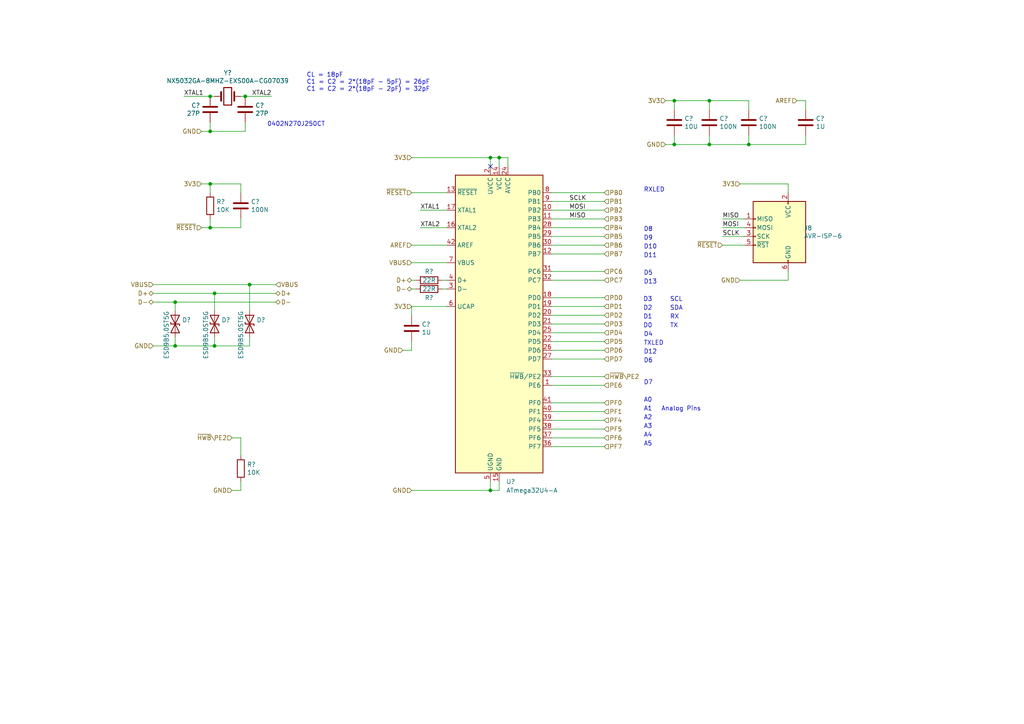
<source format=kicad_sch>
(kicad_sch (version 20211123) (generator eeschema)
  (paper "A4")
  (lib_symbols
    (symbol "Connector:AVR-ISP-6" (pin_names (offset 1.016))
      (property "Reference" "J" (at -6.35 11.43 0))
      (property "Value" "AVR-ISP-6" (at 0 11.43 0))
      (symbol "AVR-ISP-6_0_1"
        (rectangle (start -2.667 -6.858) (end -2.413 -7.62))
        (rectangle (start -2.667 10.16) (end -2.413 9.398))
        (rectangle (start 7.62 -2.413) (end 6.858 -2.667))
        (rectangle (start 7.62 0.127) (end 6.858 -0.127))
        (rectangle (start 7.62 2.667) (end 6.858 2.413))
        (rectangle (start 7.62 5.207) (end 6.858 4.953))
        (rectangle (start 7.62 10.16) (end -7.62 -7.62) (stroke (width 0.254)) (fill (type background)))
      )
      (symbol "AVR-ISP-6_1_1"
        (pin passive line (at 10.16 5.08 180) (length 2.54) (name "MISO") (number "1"))
        (pin passive line (at -2.54 12.7 270) (length 2.54) (name "VCC") (number "2"))
        (pin passive line (at 10.16 0 180) (length 2.54) (name "SCK") (number "3"))
        (pin passive line (at 10.16 2.54 180) (length 2.54) (name "MOSI") (number "4"))
        (pin passive line (at 10.16 -2.54 180) (length 2.54) (name "~{RST}") (number "5"))
        (pin passive line (at -2.54 -10.16 90) (length 2.54) (name "GND") (number "6"))
      )
    )
    (symbol "Device:C" (pin_numbers hide) (pin_names (offset 0.254))
      (property "Reference" "C" (at 0.635 2.54 0))
      (property "Value" "C" (at 0.635 -2.54 0))
      (symbol "C_0_1"
        (polyline (pts (xy -2.032 -0.762) (xy 2.032 -0.762)) (stroke (width 0.508)))
        (polyline (pts (xy -2.032 0.762) (xy 2.032 0.762)) (stroke (width 0.508)))
      )
      (symbol "C_1_1"
        (pin passive line (at 0 3.81 270) (length 2.794) (name "~") (number "1"))
        (pin passive line (at 0 -3.81 90) (length 2.794) (name "~") (number "2"))
      )
    )
    (symbol "Device:Crystal" (pin_numbers hide) (pin_names (offset 1.016) hide)
      (property "Reference" "Y" (at 0 3.81 0))
      (property "Value" "Crystal" (at 0 -3.81 0))
      (symbol "Crystal_0_1"
        (rectangle (start -1.143 2.54) (end 1.143 -2.54) (stroke (width 0.3048)))
        (polyline (pts (xy -2.54 0) (xy -1.905 0)))
        (polyline (pts (xy -1.905 -1.27) (xy -1.905 1.27)) (stroke (width 0.508)))
        (polyline (pts (xy 1.905 -1.27) (xy 1.905 1.27)) (stroke (width 0.508)))
        (polyline (pts (xy 2.54 0) (xy 1.905 0)))
      )
      (symbol "Crystal_1_1"
        (pin passive line (at -3.81 0 0) (length 1.27) (name "1") (number "1"))
        (pin passive line (at 3.81 0 180) (length 1.27) (name "2") (number "2"))
      )
    )
    (symbol "Device:D_TVS" (pin_numbers hide) (pin_names (offset 1.016) hide)
      (property "Reference" "D" (at 0 2.54 0))
      (property "Value" "D_TVS" (at 0 -2.54 0))
      (symbol "D_TVS_0_1"
        (polyline (pts (xy 1.27 0) (xy -1.27 0)))
        (polyline (pts (xy 0.508 1.27) (xy 0 1.27) (xy 0 -1.27) (xy -0.508 -1.27)) (stroke (width 0.254)))
        (polyline (pts (xy -2.54 1.27) (xy -2.54 -1.27) (xy 2.54 1.27) (xy 2.54 -1.27) (xy -2.54 1.27)) (stroke (width 0.254)))
      )
      (symbol "D_TVS_1_1"
        (pin passive line (at -3.81 0 0) (length 2.54) (name "A1") (number "1"))
        (pin passive line (at 3.81 0 180) (length 2.54) (name "A2") (number "2"))
      )
    )
    (symbol "Device:R" (pin_numbers hide) (pin_names (offset 0))
      (property "Reference" "R" (at 2.032 0 90))
      (property "Value" "R" (at 0 0 90))
      (symbol "R_0_1"
        (rectangle (start -1.016 -2.54) (end 1.016 2.54) (stroke (width 0.254)))
      )
      (symbol "R_1_1"
        (pin passive line (at 0 3.81 270) (length 1.27) (name "~") (number "1"))
        (pin passive line (at 0 -3.81 90) (length 1.27) (name "~") (number "2"))
      )
    )
    (symbol "MCU_Microchip_ATmega:ATmega32U4-A"
      (property "Reference" "U" (at -12.7 44.45 0))
      (property "Value" "ATmega32U4-A" (at 2.54 -44.45 0))
      (symbol "ATmega32U4-A_0_1"
        (rectangle (start -12.7 -43.18) (end 12.7 43.18) (stroke (width 0.254)) (fill (type background)))
      )
      (symbol "ATmega32U4-A_1_1"
        (pin bidirectional line (at 15.24 -17.78 180) (length 2.54) (name "PE6") (number "1"))
        (pin bidirectional line (at 15.24 33.02 180) (length 2.54) (name "PB2") (number "10"))
        (pin bidirectional line (at 15.24 30.48 180) (length 2.54) (name "PB3") (number "11"))
        (pin bidirectional line (at 15.24 20.32 180) (length 2.54) (name "PB7") (number "12"))
        (pin input line (at -15.24 38.1 0) (length 2.54) (name "~{RESET}") (number "13"))
        (pin power_in line (at 0 45.72 270) (length 2.54) (name "VCC") (number "14"))
        (pin power_in line (at 0 -45.72 90) (length 2.54) (name "GND") (number "15"))
        (pin output line (at -15.24 27.94 0) (length 2.54) (name "XTAL2") (number "16"))
        (pin input line (at -15.24 33.02 0) (length 2.54) (name "XTAL1") (number "17"))
        (pin bidirectional line (at 15.24 7.62 180) (length 2.54) (name "PD0") (number "18"))
        (pin bidirectional line (at 15.24 5.08 180) (length 2.54) (name "PD1") (number "19"))
        (pin power_in line (at -2.54 45.72 270) (length 2.54) (name "UVCC") (number "2"))
        (pin bidirectional line (at 15.24 2.54 180) (length 2.54) (name "PD2") (number "20"))
        (pin bidirectional line (at 15.24 0 180) (length 2.54) (name "PD3") (number "21"))
        (pin bidirectional line (at 15.24 -5.08 180) (length 2.54) (name "PD5") (number "22"))
        (pin passive line (at 0 -45.72 90) (length 2.54) hide (name "GND") (number "23"))
        (pin power_in line (at 2.54 45.72 270) (length 2.54) (name "AVCC") (number "24"))
        (pin bidirectional line (at 15.24 -2.54 180) (length 2.54) (name "PD4") (number "25"))
        (pin bidirectional line (at 15.24 -7.62 180) (length 2.54) (name "PD6") (number "26"))
        (pin bidirectional line (at 15.24 -10.16 180) (length 2.54) (name "PD7") (number "27"))
        (pin bidirectional line (at 15.24 27.94 180) (length 2.54) (name "PB4") (number "28"))
        (pin bidirectional line (at 15.24 25.4 180) (length 2.54) (name "PB5") (number "29"))
        (pin bidirectional line (at -15.24 10.16 0) (length 2.54) (name "D-") (number "3"))
        (pin bidirectional line (at 15.24 22.86 180) (length 2.54) (name "PB6") (number "30"))
        (pin bidirectional line (at 15.24 15.24 180) (length 2.54) (name "PC6") (number "31"))
        (pin bidirectional line (at 15.24 12.7 180) (length 2.54) (name "PC7") (number "32"))
        (pin bidirectional line (at 15.24 -15.24 180) (length 2.54) (name "~{HWB}/PE2") (number "33"))
        (pin passive line (at 0 45.72 270) (length 2.54) hide (name "VCC") (number "34"))
        (pin passive line (at 0 -45.72 90) (length 2.54) hide (name "GND") (number "35"))
        (pin bidirectional line (at 15.24 -35.56 180) (length 2.54) (name "PF7") (number "36"))
        (pin bidirectional line (at 15.24 -33.02 180) (length 2.54) (name "PF6") (number "37"))
        (pin bidirectional line (at 15.24 -30.48 180) (length 2.54) (name "PF5") (number "38"))
        (pin bidirectional line (at 15.24 -27.94 180) (length 2.54) (name "PF4") (number "39"))
        (pin bidirectional line (at -15.24 12.7 0) (length 2.54) (name "D+") (number "4"))
        (pin bidirectional line (at 15.24 -25.4 180) (length 2.54) (name "PF1") (number "40"))
        (pin bidirectional line (at 15.24 -22.86 180) (length 2.54) (name "PF0") (number "41"))
        (pin passive line (at -15.24 22.86 0) (length 2.54) (name "AREF") (number "42"))
        (pin passive line (at 0 -45.72 90) (length 2.54) hide (name "GND") (number "43"))
        (pin passive line (at 2.54 45.72 270) (length 2.54) hide (name "AVCC") (number "44"))
        (pin passive line (at -2.54 -45.72 90) (length 2.54) (name "UGND") (number "5"))
        (pin passive line (at -15.24 5.08 0) (length 2.54) (name "UCAP") (number "6"))
        (pin input line (at -15.24 17.78 0) (length 2.54) (name "VBUS") (number "7"))
        (pin bidirectional line (at 15.24 38.1 180) (length 2.54) (name "PB0") (number "8"))
        (pin bidirectional line (at 15.24 35.56 180) (length 2.54) (name "PB1") (number "9"))
      )
    )
  )
  (junction (at 142.24 142.24))
  (junction (at 205.74 41.91))
  (junction (at 72.39 82.55))
  (junction (at 62.23 100.33))
  (junction (at 50.8 87.63))
  (junction (at 50.8 100.33))
  (junction (at 142.24 45.72))
  (junction (at 60.96 38.1))
  (junction (at 217.17 41.91))
  (junction (at 205.74 29.21))
  (junction (at 62.23 85.09))
  (junction (at 60.96 53.34))
  (junction (at 144.78 45.72))
  (junction (at 60.96 66.04))
  (junction (at 60.96 27.94))
  (junction (at 195.58 41.91))
  (junction (at 195.58 29.21))
  (junction (at 71.12 27.94))
  (no_connect (at 142.24 48.26))
  (wire (pts (xy 160.02 68.58) (xy 175.26 68.58)))
  (wire (pts (xy 144.78 142.24) (xy 142.24 142.24)))
  (wire (pts (xy 160.02 104.14) (xy 175.26 104.14)))
  (wire (pts (xy 129.54 88.9) (xy 119.38 88.9)))
  (wire (pts (xy 160.02 127) (xy 175.26 127)))
  (wire (pts (xy 233.68 39.37) (xy 233.68 41.91)))
  (wire (pts (xy 144.78 48.26) (xy 144.78 45.72)))
  (wire (pts (xy 50.8 90.17) (xy 50.8 87.63)))
  (wire (pts (xy 160.02 78.74) (xy 175.26 78.74)))
  (wire (pts (xy 119.38 55.88) (xy 129.54 55.88)))
  (wire (pts (xy 160.02 129.54) (xy 175.26 129.54)))
  (wire (pts (xy 119.38 142.24) (xy 142.24 142.24)))
  (wire (pts (xy 160.02 88.9) (xy 175.26 88.9)))
  (wire (pts (xy 160.02 96.52) (xy 175.26 96.52)))
  (wire (pts (xy 205.74 41.91) (xy 195.58 41.91)))
  (wire (pts (xy 67.31 142.24) (xy 69.85 142.24)))
  (wire (pts (xy 214.63 81.28) (xy 228.6 81.28)))
  (wire (pts (xy 69.85 142.24) (xy 69.85 139.7)))
  (wire (pts (xy 58.42 38.1) (xy 60.96 38.1)))
  (wire (pts (xy 193.04 29.21) (xy 195.58 29.21)))
  (wire (pts (xy 205.74 31.75) (xy 205.74 29.21)))
  (wire (pts (xy 71.12 27.94) (xy 69.85 27.94)))
  (wire (pts (xy 72.39 90.17) (xy 72.39 82.55)))
  (wire (pts (xy 67.31 127) (xy 69.85 127)))
  (wire (pts (xy 160.02 58.42) (xy 175.26 58.42)))
  (wire (pts (xy 160.02 81.28) (xy 175.26 81.28)))
  (wire (pts (xy 142.24 142.24) (xy 142.24 139.7)))
  (wire (pts (xy 195.58 31.75) (xy 195.58 29.21)))
  (wire (pts (xy 231.14 29.21) (xy 233.68 29.21)))
  (wire (pts (xy 160.02 66.04) (xy 175.26 66.04)))
  (wire (pts (xy 160.02 101.6) (xy 175.26 101.6)))
  (wire (pts (xy 160.02 99.06) (xy 175.26 99.06)))
  (wire (pts (xy 69.85 66.04) (xy 60.96 66.04)))
  (wire (pts (xy 233.68 29.21) (xy 233.68 31.75)))
  (wire (pts (xy 119.38 81.28) (xy 120.65 81.28)))
  (wire (pts (xy 128.27 81.28) (xy 129.54 81.28)))
  (wire (pts (xy 160.02 109.22) (xy 175.26 109.22)))
  (wire (pts (xy 60.96 66.04) (xy 58.42 66.04)))
  (wire (pts (xy 205.74 29.21) (xy 217.17 29.21)))
  (wire (pts (xy 205.74 39.37) (xy 205.74 41.91)))
  (wire (pts (xy 60.96 53.34) (xy 69.85 53.34)))
  (wire (pts (xy 119.38 45.72) (xy 142.24 45.72)))
  (wire (pts (xy 116.84 101.6) (xy 119.38 101.6)))
  (wire (pts (xy 120.65 83.82) (xy 119.38 83.82)))
  (wire (pts (xy 160.02 60.96) (xy 175.26 60.96)))
  (wire (pts (xy 119.38 101.6) (xy 119.38 99.06)))
  (wire (pts (xy 62.23 27.94) (xy 60.96 27.94)))
  (wire (pts (xy 142.24 45.72) (xy 144.78 45.72)))
  (wire (pts (xy 209.55 68.58) (xy 215.9 68.58)))
  (wire (pts (xy 175.26 63.5) (xy 160.02 63.5)))
  (wire (pts (xy 69.85 63.5) (xy 69.85 66.04)))
  (wire (pts (xy 119.38 88.9) (xy 119.38 91.44)))
  (wire (pts (xy 62.23 100.33) (xy 72.39 100.33)))
  (wire (pts (xy 129.54 71.12) (xy 119.38 71.12)))
  (wire (pts (xy 217.17 39.37) (xy 217.17 41.91)))
  (wire (pts (xy 160.02 91.44) (xy 175.26 91.44)))
  (wire (pts (xy 60.96 38.1) (xy 71.12 38.1)))
  (wire (pts (xy 147.32 45.72) (xy 147.32 48.26)))
  (wire (pts (xy 129.54 83.82) (xy 128.27 83.82)))
  (wire (pts (xy 144.78 45.72) (xy 147.32 45.72)))
  (wire (pts (xy 50.8 97.79) (xy 50.8 100.33)))
  (wire (pts (xy 60.96 38.1) (xy 60.96 35.56)))
  (wire (pts (xy 160.02 55.88) (xy 175.26 55.88)))
  (wire (pts (xy 160.02 116.84) (xy 175.26 116.84)))
  (wire (pts (xy 160.02 121.92) (xy 175.26 121.92)))
  (wire (pts (xy 228.6 55.88) (xy 228.6 53.34)))
  (wire (pts (xy 160.02 86.36) (xy 175.26 86.36)))
  (wire (pts (xy 50.8 100.33) (xy 62.23 100.33)))
  (wire (pts (xy 228.6 81.28) (xy 228.6 78.74)))
  (wire (pts (xy 215.9 71.12) (xy 209.55 71.12)))
  (wire (pts (xy 160.02 111.76) (xy 175.26 111.76)))
  (wire (pts (xy 215.9 66.04) (xy 209.55 66.04)))
  (wire (pts (xy 142.24 45.72) (xy 142.24 48.26)))
  (wire (pts (xy 50.8 87.63) (xy 80.01 87.63)))
  (wire (pts (xy 44.45 87.63) (xy 50.8 87.63)))
  (wire (pts (xy 62.23 85.09) (xy 80.01 85.09)))
  (wire (pts (xy 58.42 53.34) (xy 60.96 53.34)))
  (wire (pts (xy 44.45 85.09) (xy 62.23 85.09)))
  (wire (pts (xy 71.12 38.1) (xy 71.12 35.56)))
  (wire (pts (xy 60.96 55.88) (xy 60.96 53.34)))
  (wire (pts (xy 195.58 29.21) (xy 205.74 29.21)))
  (wire (pts (xy 160.02 124.46) (xy 175.26 124.46)))
  (wire (pts (xy 195.58 39.37) (xy 195.58 41.91)))
  (wire (pts (xy 217.17 41.91) (xy 205.74 41.91)))
  (wire (pts (xy 60.96 63.5) (xy 60.96 66.04)))
  (wire (pts (xy 209.55 63.5) (xy 215.9 63.5)))
  (wire (pts (xy 69.85 53.34) (xy 69.85 55.88)))
  (wire (pts (xy 160.02 93.98) (xy 175.26 93.98)))
  (wire (pts (xy 195.58 41.91) (xy 193.04 41.91)))
  (wire (pts (xy 69.85 127) (xy 69.85 132.08)))
  (wire (pts (xy 129.54 60.96) (xy 121.92 60.96)))
  (wire (pts (xy 144.78 139.7) (xy 144.78 142.24)))
  (wire (pts (xy 72.39 82.55) (xy 80.01 82.55)))
  (wire (pts (xy 72.39 100.33) (xy 72.39 97.79)))
  (wire (pts (xy 119.38 76.2) (xy 129.54 76.2)))
  (wire (pts (xy 160.02 119.38) (xy 175.26 119.38)))
  (wire (pts (xy 62.23 97.79) (xy 62.23 100.33)))
  (wire (pts (xy 160.02 71.12) (xy 175.26 71.12)))
  (wire (pts (xy 228.6 53.34) (xy 214.63 53.34)))
  (wire (pts (xy 62.23 90.17) (xy 62.23 85.09)))
  (wire (pts (xy 44.45 82.55) (xy 72.39 82.55)))
  (wire (pts (xy 217.17 29.21) (xy 217.17 31.75)))
  (wire (pts (xy 233.68 41.91) (xy 217.17 41.91)))
  (wire (pts (xy 60.96 27.94) (xy 53.34 27.94)))
  (wire (pts (xy 44.45 100.33) (xy 50.8 100.33)))
  (wire (pts (xy 160.02 73.66) (xy 175.26 73.66)))
  (wire (pts (xy 78.74 27.94) (xy 71.12 27.94)))
  (wire (pts (xy 121.92 66.04) (xy 129.54 66.04)))
  (text "D4" (at 186.69 97.79 0) (effects (font (size 1.27 1.27)) (justify left bottom)))
  (text "A0" (at 186.69 116.84 0) (effects (font (size 1.27 1.27)) (justify left bottom)))
  (text "D6" (at 186.69 105.41 0) (effects (font (size 1.27 1.27)) (justify left bottom)))
  (text "SCL" (at 194.31 87.63 0) (effects (font (size 1.27 1.27)) (justify left bottom)))
  (text "D11" (at 186.69 74.93 0) (effects (font (size 1.27 1.27)) (justify left bottom)))
  (text "RX" (at 194.31 92.71 0) (effects (font (size 1.27 1.27)) (justify left bottom)))
  (text "TXLED" (at 186.69 100.33 0) (effects (font (size 1.27 1.27)) (justify left bottom)))
  (text "Analog Pins" (at 191.77 119.38 0) (effects (font (size 1.27 1.27)) (justify left bottom)))
  (text "D9" (at 186.69 69.85 0) (effects (font (size 1.27 1.27)) (justify left bottom)))
  (text "D5" (at 186.69 80.01 0) (effects (font (size 1.27 1.27)) (justify left bottom)))
  (text "D3" (at 189.23 87.63 180) (effects (font (size 1.27 1.27)) (justify right bottom)))
  (text "D13" (at 186.69 82.55 0) (effects (font (size 1.27 1.27)) (justify left bottom)))
  (text "CL = 18pF\nC1 = C2 = 2*(18pF - 5pF) = 26pF\nC1 = C2 = 2*(18pF - 2pF) = 32pF" (at 88.9 26.67 0) (effects (font (size 1.27 1.27)) (justify left bottom)))
  (text "D10" (at 186.69 72.39 0) (effects (font (size 1.27 1.27)) (justify left bottom)))
  (text "A2" (at 186.69 121.92 0) (effects (font (size 1.27 1.27)) (justify left bottom)))
  (text "0402N270J250CT" (at 77.47 36.83 0) (effects (font (size 1.27 1.27)) (justify left bottom)))
  (text "D1" (at 189.23 92.71 180) (effects (font (size 1.27 1.27)) (justify right bottom)))
  (text "A3" (at 186.69 124.46 0) (effects (font (size 1.27 1.27)) (justify left bottom)))
  (text "A4" (at 186.69 127 0) (effects (font (size 1.27 1.27)) (justify left bottom)))
  (text "RXLED" (at 186.69 55.88 0) (effects (font (size 1.27 1.27)) (justify left bottom)))
  (text "D0" (at 189.23 95.25 180) (effects (font (size 1.27 1.27)) (justify right bottom)))
  (text "TX" (at 194.31 95.25 0) (effects (font (size 1.27 1.27)) (justify left bottom)))
  (text "D7" (at 186.69 111.76 0) (effects (font (size 1.27 1.27)) (justify left bottom)))
  (text "D2" (at 189.23 90.17 180) (effects (font (size 1.27 1.27)) (justify right bottom)))
  (text "D8" (at 186.69 67.31 0) (effects (font (size 1.27 1.27)) (justify left bottom)))
  (text "D12" (at 186.69 102.87 0) (effects (font (size 1.27 1.27)) (justify left bottom)))
  (text "SDA" (at 194.31 90.17 0) (effects (font (size 1.27 1.27)) (justify left bottom)))
  (text "A1" (at 186.69 119.38 0) (effects (font (size 1.27 1.27)) (justify left bottom)))
  (text "A5" (at 186.69 129.54 0) (effects (font (size 1.27 1.27)) (justify left bottom)))
  (label "MOSI" (at 165.1 60.96 0))
  (label "SCLK" (at 209.55 68.58 0))
  (label "MOSI" (at 209.55 66.04 0))
  (label "SCLK" (at 165.1 58.42 0))
  (label "XTAL2" (at 78.74 27.94 180))
  (label "XTAL2" (at 121.92 66.04 0))
  (label "MISO" (at 165.1 63.5 0))
  (label "XTAL1" (at 121.92 60.96 0))
  (label "XTAL1" (at 53.34 27.94 0))
  (label "MISO" (at 209.55 63.5 0))
  (hierarchical_label "AREF" (shape input) (at 231.14 29.21 180))
  (hierarchical_label "3V3" (shape input) (at 119.38 45.72 180))
  (hierarchical_label "PC6" (shape input) (at 175.26 78.74 0))
  (hierarchical_label "PD0" (shape input) (at 175.26 86.36 0))
  (hierarchical_label "D+" (shape bidirectional) (at 80.01 85.09 0))
  (hierarchical_label "PF4" (shape input) (at 175.26 121.92 0))
  (hierarchical_label "PF5" (shape input) (at 175.26 124.46 0))
  (hierarchical_label "PD1" (shape input) (at 175.26 88.9 0))
  (hierarchical_label "3V3" (shape input) (at 119.38 88.9 180))
  (hierarchical_label "PB7" (shape input) (at 175.26 73.66 0))
  (hierarchical_label "GND" (shape input) (at 193.04 41.91 180))
  (hierarchical_label "PD7" (shape input) (at 175.26 104.14 0))
  (hierarchical_label "AREF" (shape input) (at 119.38 71.12 180))
  (hierarchical_label "PB3" (shape input) (at 175.26 63.5 0))
  (hierarchical_label "VBUS" (shape input) (at 44.45 82.55 180))
  (hierarchical_label "VBUS" (shape input) (at 119.38 76.2 180))
  (hierarchical_label "~{RESET}" (shape input) (at 58.42 66.04 180))
  (hierarchical_label "D-" (shape bidirectional) (at 80.01 87.63 0))
  (hierarchical_label "3V3" (shape input) (at 58.42 53.34 180))
  (hierarchical_label "D-" (shape bidirectional) (at 119.38 83.82 180))
  (hierarchical_label "~{HWB}\\PE2" (shape input) (at 175.26 109.22 0))
  (hierarchical_label "PD3" (shape input) (at 175.26 93.98 0))
  (hierarchical_label "PF1" (shape input) (at 175.26 119.38 0))
  (hierarchical_label "~{HWB}\\PE2" (shape input) (at 67.31 127 180))
  (hierarchical_label "GND" (shape input) (at 44.45 100.33 180))
  (hierarchical_label "PC7" (shape input) (at 175.26 81.28 0))
  (hierarchical_label "VBUS" (shape input) (at 80.01 82.55 0))
  (hierarchical_label "PF6" (shape input) (at 175.26 127 0))
  (hierarchical_label "~{RESET}" (shape input) (at 119.38 55.88 180))
  (hierarchical_label "GND" (shape input) (at 58.42 38.1 180))
  (hierarchical_label "PB1" (shape input) (at 175.26 58.42 0))
  (hierarchical_label "D+" (shape bidirectional) (at 119.38 81.28 180))
  (hierarchical_label "D+" (shape bidirectional) (at 44.45 85.09 180))
  (hierarchical_label "GND" (shape input) (at 119.38 142.24 180))
  (hierarchical_label "PB0" (shape input) (at 175.26 55.88 0))
  (hierarchical_label "PF7" (shape input) (at 175.26 129.54 0))
  (hierarchical_label "PD5" (shape input) (at 175.26 99.06 0))
  (hierarchical_label "PB2" (shape input) (at 175.26 60.96 0))
  (hierarchical_label "PB5" (shape input) (at 175.26 68.58 0))
  (hierarchical_label "PD6" (shape input) (at 175.26 101.6 0))
  (hierarchical_label "GND" (shape input) (at 116.84 101.6 180))
  (hierarchical_label "PF0" (shape input) (at 175.26 116.84 0))
  (hierarchical_label "~{RESET}" (shape input) (at 209.55 71.12 180))
  (hierarchical_label "D-" (shape bidirectional) (at 44.45 87.63 180))
  (hierarchical_label "GND" (shape input) (at 67.31 142.24 180))
  (hierarchical_label "GND" (shape input) (at 214.63 81.28 180))
  (hierarchical_label "PB4" (shape input) (at 175.26 66.04 0))
  (hierarchical_label "PD2" (shape input) (at 175.26 91.44 0))
  (hierarchical_label "PE6" (shape input) (at 175.26 111.76 0))
  (hierarchical_label "3V3" (shape input) (at 193.04 29.21 180))
  (hierarchical_label "3V3" (shape input) (at 214.63 53.34 180))
  (hierarchical_label "PD4" (shape input) (at 175.26 96.52 0))
  (hierarchical_label "PB6" (shape input) (at 175.26 71.12 0))
  (symbol (lib_id "Device:C") (at 195.58 35.56 0) (unit 1)
    (property "Reference" "C?" (at 198.501 34.3916 0) (effects (justify left)))
    (property "Value" "10U" (at 198.501 36.703 0) (effects (justify left)))
    (property "Footprint" "Capacitor_SMD:C_0805_2012Metric" (effects hide))
  )
  (symbol (lib_id "Device:C") (at 205.74 35.56 0) (unit 1)
    (property "Reference" "C?" (at 208.661 34.3916 0) (effects (justify left)))
    (property "Value" "100N" (at 208.661 36.703 0) (effects (justify left)))
    (property "Footprint" "Capacitor_SMD:C_0603_1608Metric" (effects hide))
  )
  (symbol (lib_id "Device:C") (at 217.17 35.56 0) (unit 1)
    (property "Reference" "C?" (at 220.091 34.3916 0) (effects (justify left)))
    (property "Value" "100N" (at 220.091 36.703 0) (effects (justify left)))
    (property "Footprint" "Capacitor_SMD:C_0603_1608Metric" (effects hide))
  )
  (symbol (lib_id "Device:C") (at 233.68 35.56 0) (unit 1)
    (property "Reference" "C?" (at 236.601 34.3916 0) (effects (justify left)))
    (property "Value" "1U" (at 236.601 36.703 0) (effects (justify left)))
    (property "Footprint" "Capacitor_SMD:C_0603_1608Metric" (effects hide))
  )
  (symbol (lib_id "Device:C") (at 119.38 95.25 0) (unit 1)
    (property "Reference" "C?" (at 122.301 94.0816 0) (effects (justify left)))
    (property "Value" "1U" (at 122.301 96.393 0) (effects (justify left)))
    (property "Footprint" "Capacitor_SMD:C_0603_1608Metric" (effects hide))
  )
  (symbol (lib_id "Device:R") (at 124.46 81.28 270) (unit 1)
    (property "Reference" "R?" (at 124.46 78.74 90))
    (property "Value" "22R" (at 124.46 81.28 90))
    (property "Footprint" "Resistor_SMD:R_0603_1608Metric" (effects hide))
  )
  (symbol (lib_id "Device:R") (at 124.46 83.82 90) (unit 1)
    (property "Reference" "R?" (at 124.46 86.36 90))
    (property "Value" "22R" (at 124.46 83.82 90))
    (property "Footprint" "Resistor_SMD:R_0603_1608Metric" (effects hide))
  )
  (symbol (lib_id "Device:R") (at 60.96 59.69 0) (unit 1)
    (property "Reference" "R?" (at 62.738 58.5216 0) (effects (justify left)))
    (property "Value" "10K" (at 62.738 60.833 0) (effects (justify left)))
    (property "Footprint" "Resistor_SMD:R_0603_1608Metric" (effects hide))
  )
  (symbol (lib_id "Device:C") (at 69.85 59.69 0) (unit 1)
    (property "Reference" "C?" (at 72.771 58.5216 0) (effects (justify left)))
    (property "Value" "100N" (at 72.771 60.833 0) (effects (justify left)))
    (property "Footprint" "Capacitor_SMD:C_0603_1608Metric" (effects hide))
  )
  (symbol (lib_id "Device:D_TVS") (at 50.8 93.98 270) (unit 1)
    (property "Reference" "D?" (at 52.8066 92.8116 90) (effects (justify left)))
    (property "Value" "ESD9B5.0ST5G" (at 48.26 90.17 0) (effects (justify left)))
    (property "Footprint" "william_diode:D_SOD-923" (effects hide))
  )
  (symbol (lib_id "Device:D_TVS") (at 62.23 93.98 270) (unit 1)
    (property "Reference" "D?" (at 64.2366 92.8116 90) (effects (justify left)))
    (property "Value" "ESD9B5.0ST5G" (at 59.69 90.17 0) (effects (justify left)))
    (property "Footprint" "william_diode:D_SOD-923" (effects hide))
  )
  (symbol (lib_id "Device:D_TVS") (at 72.39 93.98 270) (unit 1)
    (property "Reference" "D?" (at 74.3966 92.8116 90) (effects (justify left)))
    (property "Value" "ESD9B5.0ST5G" (at 69.85 90.17 0) (effects (justify left)))
    (property "Footprint" "william_diode:D_SOD-923" (effects hide))
  )
  (symbol (lib_id "Device:Crystal") (at 66.04 27.94 0) (unit 1)
    (property "Reference" "Y?" (at 66.04 21.1328 0))
    (property "Value" "NX5032GA-8MHZ-EXS00A-CG07039" (at 66.04 23.4442 0))
    (property "Footprint" "william_crystal:Crystal_SMD_5032-2Pin_5.0x3.2mm" (effects hide))
  )
  (symbol (lib_id "Device:C") (at 60.96 31.75 0) (mirror x) (unit 1)
    (property "Reference" "C?" (at 58.0644 30.5816 0) (effects (justify right)))
    (property "Value" "27P" (at 58.0644 32.893 0) (effects (justify right)))
    (property "Footprint" "Capacitor_SMD:C_0402_1005Metric" (effects hide))
  )
  (symbol (lib_id "Device:C") (at 71.12 31.75 0) (mirror y) (unit 1)
    (property "Reference" "C?" (at 74.041 30.5816 0) (effects (justify right)))
    (property "Value" "27P" (at 74.041 32.893 0) (effects (justify right)))
    (property "Footprint" "Capacitor_SMD:C_0402_1005Metric" (effects hide))
  )
  (symbol (lib_id "Connector:AVR-ISP-6") (at 226.06 68.58 0) (mirror y) (unit 1)
    (property "Reference" "J8" (at 233.172 66.1416 0) (effects (justify right)))
    (property "Value" "AVR-ISP-6" (at 233.172 68.453 0) (effects (justify right)))
    (property "Footprint" "Connector_IDC:IDC-Header_2x03_P2.54mm_Vertical" (effects hide))
    (property "Datasheet" " ~" (effects hide))
  )
  (symbol (lib_id "Device:R") (at 69.85 135.89 0) (unit 1)
    (property "Reference" "R?" (at 71.628 134.7216 0) (effects (justify left)))
    (property "Value" "10K" (at 71.628 137.033 0) (effects (justify left)))
    (property "Footprint" "Resistor_SMD:R_0603_1608Metric" (effects hide))
  )
  (symbol (lib_id "MCU_Microchip_ATmega:ATmega32U4-A") (at 144.78 93.98 0) (unit 1)
    (property "Reference" "U?" (at 146.7994 139.7 0) (effects (justify left)))
    (property "Value" "ATmega32U4-A" (at 146.7994 142.24 0) (effects (justify left)))
    (property "Footprint" "Package_QFP:TQFP-44_10x10mm_P0.8mm" (effects hide))
    (property "Datasheet" "http://ww1.microchip.com/downloads/en/DeviceDoc/Atmel-7766-8-bit-AVR-ATmega16U4-32U4_Datasheet.pdf" (effects hide))
  )
)
</source>
